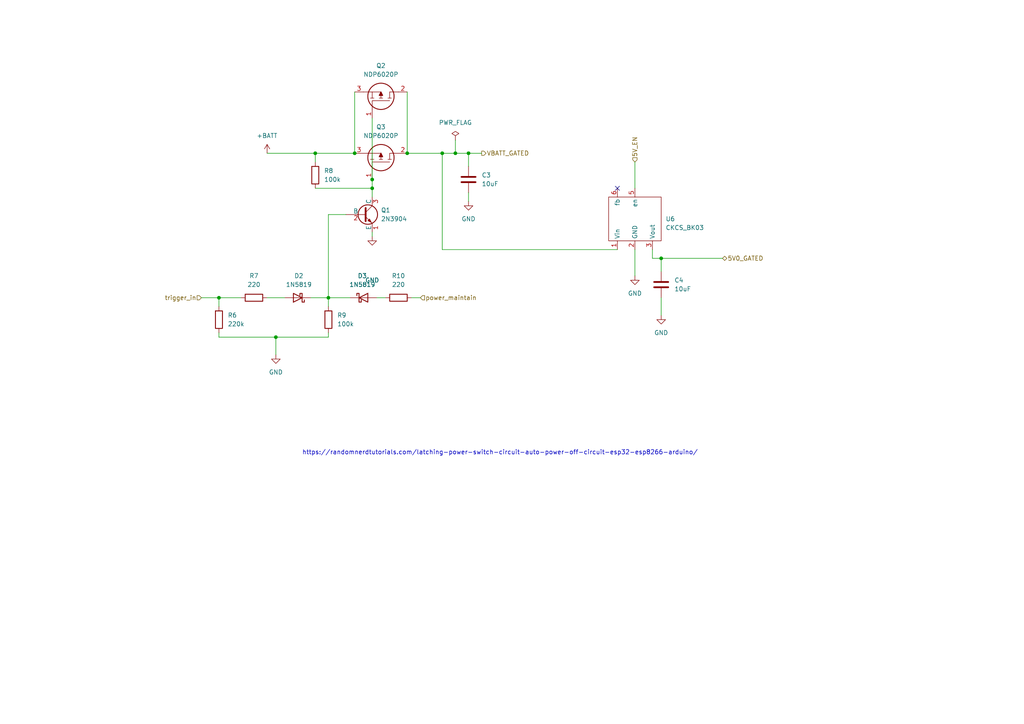
<source format=kicad_sch>
(kicad_sch (version 20211123) (generator eeschema)
  (paper "A4")
  (lib_symbols
    (symbol "Device:C" (pin_numbers hide) (pin_names (offset 0.254))
      (property "Reference" "C" (at 0.635 2.54 0))
      (property "Value" "C" (at 0.635 -2.54 0))
      (symbol "C_0_1"
        (polyline (pts (xy -2.032 -0.762) (xy 2.032 -0.762)) (stroke (width 0.508)))
        (polyline (pts (xy -2.032 0.762) (xy 2.032 0.762)) (stroke (width 0.508)))
      )
      (symbol "C_1_1"
        (pin passive line (at 0 3.81 270) (length 2.794) (name "~") (number "1"))
        (pin passive line (at 0 -3.81 90) (length 2.794) (name "~") (number "2"))
      )
    )
    (symbol "Device:R" (pin_numbers hide) (pin_names (offset 0))
      (property "Reference" "R" (at 2.032 0 90))
      (property "Value" "R" (at 0 0 90))
      (symbol "R_0_1"
        (rectangle (start -1.016 -2.54) (end 1.016 2.54) (stroke (width 0.254)))
      )
      (symbol "R_1_1"
        (pin passive line (at 0 3.81 270) (length 1.27) (name "~") (number "1"))
        (pin passive line (at 0 -3.81 90) (length 1.27) (name "~") (number "2"))
      )
    )
    (symbol "Diode:1N5819" (pin_numbers hide) (pin_names (offset 1.016) hide)
      (property "Reference" "D" (at 0 2.54 0))
      (property "Value" "1N5819" (at 0 -2.54 0))
      (symbol "1N5819_0_1"
        (polyline (pts (xy 1.27 0) (xy -1.27 0)))
        (polyline (pts (xy 1.27 1.27) (xy 1.27 -1.27) (xy -1.27 0) (xy 1.27 1.27)) (stroke (width 0.254)))
        (polyline (pts (xy -1.905 0.635) (xy -1.905 1.27) (xy -1.27 1.27) (xy -1.27 -1.27) (xy -0.635 -1.27) (xy -0.635 -0.635)) (stroke (width 0.254)))
      )
      (symbol "1N5819_1_1"
        (pin passive line (at -3.81 0 0) (length 2.54) (name "K") (number "1"))
        (pin passive line (at 3.81 0 180) (length 2.54) (name "A") (number "2"))
      )
    )
    (symbol "NDP6020P:NDP6020P" (pin_names (offset 0.762))
      (property "Reference" "Q" (at 11.43 3.81 0))
      (property "Value" "NDP6020P" (at 11.43 1.27 0))
      (symbol "NDP6020P_0_0"
        (pin passive line (at 0 0 0) (length 2.54) (name "~") (number "1"))
        (pin passive line (at 7.62 10.16 270) (length 2.54) (name "~") (number "2"))
        (pin passive line (at 7.62 -5.08 90) (length 2.54) (name "~") (number "3"))
      )
      (symbol "NDP6020P_0_1"
        (polyline (pts (xy 5.842 -0.508) (xy 5.842 0.508)) (stroke (width 0.1524)))
        (polyline (pts (xy 5.842 0) (xy 7.62 0)) (stroke (width 0.1524)))
        (polyline (pts (xy 5.842 2.032) (xy 5.842 3.048)) (stroke (width 0.1524)))
        (polyline (pts (xy 5.842 5.588) (xy 5.842 4.572)) (stroke (width 0.1524)))
        (polyline (pts (xy 7.62 2.54) (xy 5.842 2.54)) (stroke (width 0.1524)))
        (polyline (pts (xy 7.62 2.54) (xy 7.62 -2.54)) (stroke (width 0.1524)))
        (polyline (pts (xy 7.62 5.08) (xy 5.842 5.08)) (stroke (width 0.1524)))
        (polyline (pts (xy 7.62 5.08) (xy 7.62 7.62)) (stroke (width 0.1524)))
        (polyline (pts (xy 2.54 0) (xy 5.08 0) (xy 5.08 5.08)) (stroke (width 0.1524)))
        (polyline (pts (xy 7.62 2.54) (xy 6.604 3.048) (xy 6.604 2.032) (xy 7.62 2.54)) (stroke (width 0.254)) (fill (type outline)))
        (circle (center 6.35 2.54) (radius 3.81) (stroke (width 0.254)))
      )
    )
    (symbol "PCB Modules:CKCS_BK03"
      (property "Reference" "U" (at -13.97 1.27 0))
      (property "Value" "CKCS_BK03" (at -13.97 -1.27 0))
      (symbol "CKCS_BK03_0_0"
        (pin power_in line (at 0 -8.89 90) (length 2.54) (name "GND") (number "2"))
        (pin power_out line (at 5.08 -8.89 90) (length 2.54) (name "Vout") (number "3"))
        (pin no_connect line (at 5.08 6.35 270) (length 2.54) hide (name "") (number "4"))
        (pin input line (at 0 8.89 270) (length 2.54) (name "en") (number "5"))
        (pin input line (at -5.08 8.89 270) (length 2.54) (name "fb") (number "6"))
      )
      (symbol "CKCS_BK03_0_1"
        (rectangle (start -7.62 6.35) (end 7.62 -6.35))
      )
      (symbol "CKCS_BK03_1_1"
        (pin power_in line (at -5.08 -8.89 90) (length 2.54) (name "Vin") (number "1"))
      )
    )
    (symbol "Transistor_BJT:2N3904" (pin_names (offset 0))
      (property "Reference" "Q" (at 5.08 1.905 0))
      (property "Value" "2N3904" (at 5.08 0 0))
      (symbol "2N3904_0_1"
        (polyline (pts (xy 0.635 0.635) (xy 2.54 2.54)))
        (polyline (pts (xy 0.635 -0.635) (xy 2.54 -2.54) (xy 2.54 -2.54)))
        (polyline (pts (xy 0.635 1.905) (xy 0.635 -1.905) (xy 0.635 -1.905)) (stroke (width 0.508)))
        (polyline (pts (xy 1.27 -1.778) (xy 1.778 -1.27) (xy 2.286 -2.286) (xy 1.27 -1.778) (xy 1.27 -1.778)) (fill (type outline)))
        (circle (center 1.27 0) (radius 2.8194) (stroke (width 0.254)))
      )
      (symbol "2N3904_1_1"
        (pin passive line (at 2.54 -5.08 90) (length 2.54) (name "E") (number "1"))
        (pin passive line (at -5.08 0 0) (length 5.715) (name "B") (number "2"))
        (pin passive line (at 2.54 5.08 270) (length 2.54) (name "C") (number "3"))
      )
    )
    (symbol "power:+BATT" (power) (pin_names (offset 0))
      (property "Value" "+BATT" (at 0 3.556 0))
      (symbol "+BATT_0_1"
        (polyline (pts (xy -0.762 1.27) (xy 0 2.54)))
        (polyline (pts (xy 0 0) (xy 0 2.54)))
        (polyline (pts (xy 0 2.54) (xy 0.762 1.27)))
      )
      (symbol "+BATT_1_1"
        (pin power_in line (at 0 0 90) (length 0) hide (name "+BATT") (number "1"))
      )
    )
    (symbol "power:GND" (power) (pin_names (offset 0))
      (property "Value" "GND" (at 0 -3.81 0))
      (symbol "GND_0_1"
        (polyline (pts (xy 0 0) (xy 0 -1.27) (xy 1.27 -1.27) (xy 0 -2.54) (xy -1.27 -1.27) (xy 0 -1.27)))
      )
      (symbol "GND_1_1"
        (pin power_in line (at 0 0 270) (length 0) hide (name "GND") (number "1"))
      )
    )
    (symbol "power:PWR_FLAG" (power) (pin_numbers hide) (pin_names (offset 0) hide)
      (property "Value" "PWR_FLAG" (at 0 3.81 0))
      (symbol "PWR_FLAG_0_0"
        (pin power_out line (at 0 0 90) (length 0) (name "pwr") (number "1"))
      )
      (symbol "PWR_FLAG_0_1"
        (polyline (pts (xy 0 0) (xy 0 1.27) (xy -1.016 1.905) (xy 0 2.54) (xy 1.016 1.905) (xy 0 1.27)))
      )
    )
  )
  (junction (at 95.25 86.36))
  (junction (at 135.89 44.45))
  (junction (at 80.01 97.79))
  (junction (at 102.87 44.45))
  (junction (at 128.27 44.45))
  (junction (at 91.44 44.45))
  (junction (at 191.77 74.93))
  (junction (at 107.95 52.07))
  (junction (at 132.08 44.45))
  (junction (at 63.5 86.36))
  (junction (at 107.95 54.61))
  (junction (at 118.11 44.45))
  (no_connect (at 179.07 54.61))
  (wire (pts (xy 63.5 86.36) (xy 69.85 86.36)))
  (wire (pts (xy 111.76 86.36) (xy 109.22 86.36)))
  (wire (pts (xy 128.27 44.45) (xy 132.08 44.45)))
  (wire (pts (xy 77.47 86.36) (xy 82.55 86.36)))
  (wire (pts (xy 107.95 57.15) (xy 107.95 54.61)))
  (wire (pts (xy 95.25 88.9) (xy 95.25 86.36)))
  (wire (pts (xy 63.5 97.79) (xy 80.01 97.79)))
  (wire (pts (xy 91.44 44.45) (xy 102.87 44.45)))
  (wire (pts (xy 95.25 86.36) (xy 101.6 86.36)))
  (wire (pts (xy 95.25 62.23) (xy 95.25 86.36)))
  (wire (pts (xy 135.89 58.42) (xy 135.89 55.88)))
  (wire (pts (xy 80.01 97.79) (xy 95.25 97.79)))
  (wire (pts (xy 189.23 74.93) (xy 191.77 74.93)))
  (wire (pts (xy 191.77 91.44) (xy 191.77 86.36)))
  (wire (pts (xy 191.77 74.93) (xy 191.77 78.74)))
  (wire (pts (xy 95.25 97.79) (xy 95.25 96.52)))
  (wire (pts (xy 80.01 97.79) (xy 80.01 102.87)))
  (wire (pts (xy 63.5 88.9) (xy 63.5 86.36)))
  (wire (pts (xy 191.77 74.93) (xy 209.55 74.93)))
  (wire (pts (xy 77.47 44.45) (xy 91.44 44.45)))
  (wire (pts (xy 58.42 86.36) (xy 63.5 86.36)))
  (wire (pts (xy 91.44 46.99) (xy 91.44 44.45)))
  (wire (pts (xy 128.27 72.39) (xy 179.07 72.39)))
  (wire (pts (xy 118.11 44.45) (xy 128.27 44.45)))
  (wire (pts (xy 107.95 68.58) (xy 107.95 67.31)))
  (wire (pts (xy 184.15 46.99) (xy 184.15 54.61)))
  (wire (pts (xy 118.11 26.67) (xy 118.11 44.45)))
  (wire (pts (xy 91.44 54.61) (xy 107.95 54.61)))
  (wire (pts (xy 121.92 86.36) (xy 119.38 86.36)))
  (wire (pts (xy 107.95 52.07) (xy 107.95 54.61)))
  (wire (pts (xy 63.5 97.79) (xy 63.5 96.52)))
  (wire (pts (xy 132.08 44.45) (xy 135.89 44.45)))
  (wire (pts (xy 135.89 48.26) (xy 135.89 44.45)))
  (wire (pts (xy 107.95 34.29) (xy 107.95 52.07)))
  (wire (pts (xy 135.89 44.45) (xy 139.7 44.45)))
  (wire (pts (xy 95.25 86.36) (xy 90.17 86.36)))
  (wire (pts (xy 184.15 80.01) (xy 184.15 72.39)))
  (wire (pts (xy 189.23 72.39) (xy 189.23 74.93)))
  (wire (pts (xy 100.33 62.23) (xy 95.25 62.23)))
  (wire (pts (xy 102.87 26.67) (xy 102.87 44.45)))
  (wire (pts (xy 132.08 40.64) (xy 132.08 44.45)))
  (wire (pts (xy 128.27 44.45) (xy 128.27 72.39)))
  (text "https://randomnerdtutorials.com/latching-power-switch-circuit-auto-power-off-circuit-esp32-esp8266-arduino/" (at 87.63 132.08 0) (effects (font (size 1.27 1.27)) (justify left bottom)))
  (hierarchical_label "5V0_GATED" (shape bidirectional) (at 209.55 74.93 0))
  (hierarchical_label "VBATT_GATED" (shape output) (at 139.7 44.45 0))
  (hierarchical_label "power_maintain" (shape input) (at 121.92 86.36 0))
  (hierarchical_label "trigger_in" (shape input) (at 58.42 86.36 180))
  (hierarchical_label "5V_EN" (shape input) (at 184.15 46.99 90))
  (symbol (lib_id "power:GND") (at 80.01 102.87 0) (unit 1)
    (property "Reference" "#PWR033" (effects hide))
    (property "Value" "GND" (at 80.01 107.95 0))
  )
  (symbol (lib_id "power:PWR_FLAG") (at 132.08 40.64 0) (unit 1)
    (property "Reference" "#FLG0105" (effects hide))
    (property "Value" "PWR_FLAG" (at 132.08 35.56 0))
  )
  (symbol (lib_id "NDP6020P:NDP6020P") (at 107.95 34.29 270) (mirror x) (unit 1)
    (property "Reference" "Q2" (at 110.49 19.05 90))
    (property "Value" "NDP6020P" (at 110.49 21.59 90))
    (property "Footprint" "NDP6020P:TO254P470X1016X2019-3P" (effects hide))
    (property "Datasheet" "https://www.onsemi.com/pub/Collateral/NDP6020P-D.PDF" (effects hide))
    (property "Description" "P-Channel MOSFET, 24 A, 20 V, 3-Pin TO-220 ON Semiconductor NDP6020P" (effects hide))
    (property "Height" "4.7" (effects hide))
    (property "Manufacturer_Name" "ON Semiconductor" (effects hide))
    (property "Manufacturer_Part_Number" "NDP6020P" (effects hide))
    (property "Mouser Part Number" "512-NDP6020P" (effects hide))
    (property "Mouser Price/Stock" "https://www.mouser.co.uk/ProductDetail/ON-Semiconductor-Fairchild/NDP6020P?qs=mdiO5HdF0Khl%252BuaDKGopOw%3D%3D" (effects hide))
    (property "Arrow Part Number" "NDP6020P" (effects hide))
    (property "Arrow Price/Stock" "https://www.arrow.com/en/products/ndp6020p/on-semiconductor?region=europe" (effects hide))
  )
  (symbol (lib_id "Diode:1N5819") (at 105.41 86.36 0) (unit 1)
    (property "Reference" "D3" (at 105.0925 80.01 0))
    (property "Value" "1N5819" (at 105.0925 82.55 0))
    (property "Footprint" "Diode_SMD:D_SMA" (effects hide))
    (property "Datasheet" "http://www.vishay.com/docs/88525/1n5817.pdf" (effects hide))
  )
  (symbol (lib_id "Device:C") (at 191.77 82.55 0) (unit 1)
    (property "Reference" "C4" (at 195.58 81.2799 0) (effects (justify left)))
    (property "Value" "10uF" (at 195.58 83.8199 0) (effects (justify left)))
    (property "Footprint" "Capacitor_SMD:C_0805_2012Metric" (effects hide))
  )
  (symbol (lib_id "power:GND") (at 135.89 58.42 0) (unit 1)
    (property "Reference" "#PWR035" (effects hide))
    (property "Value" "GND" (at 135.89 63.5 0))
  )
  (symbol (lib_id "power:GND") (at 107.95 68.58 0) (unit 1)
    (property "Reference" "#PWR034" (effects hide))
    (property "Value" "GND" (at 107.95 81.28 0))
  )
  (symbol (lib_id "Device:R") (at 63.5 92.71 0) (unit 1)
    (property "Reference" "R6" (at 66.04 91.4399 0) (effects (justify left)))
    (property "Value" "220k" (at 66.04 93.9799 0) (effects (justify left)))
    (property "Footprint" "Resistor_SMD:R_1206_3216Metric" (effects hide))
  )
  (symbol (lib_id "Transistor_BJT:2N3904") (at 105.41 62.23 0) (unit 1)
    (property "Reference" "Q1" (at 110.49 60.9599 0) (effects (justify left)))
    (property "Value" "2N3904" (at 110.49 63.4999 0) (effects (justify left)))
    (property "Footprint" "Components:2N3904_SOT-23" (effects hide))
    (property "Datasheet" "https://www.onsemi.com/pub/Collateral/2N3903-D.PDF" (effects hide))
  )
  (symbol (lib_id "Device:R") (at 91.44 50.8 0) (unit 1)
    (property "Reference" "R8" (at 93.98 49.5299 0) (effects (justify left)))
    (property "Value" "100k" (at 93.98 52.0699 0) (effects (justify left)))
    (property "Footprint" "Resistor_SMD:R_1206_3216Metric" (effects hide))
  )
  (symbol (lib_id "power:+BATT") (at 77.47 44.45 0) (unit 1)
    (property "Reference" "#PWR032" (effects hide))
    (property "Value" "+BATT" (at 77.47 39.37 0))
  )
  (symbol (lib_id "Device:C") (at 135.89 52.07 0) (unit 1)
    (property "Reference" "C3" (at 139.7 50.7999 0) (effects (justify left)))
    (property "Value" "10uF" (at 139.7 53.3399 0) (effects (justify left)))
    (property "Footprint" "Capacitor_SMD:C_0805_2012Metric" (effects hide))
  )
  (symbol (lib_id "Device:R") (at 73.66 86.36 90) (unit 1)
    (property "Reference" "R7" (at 73.66 80.01 90))
    (property "Value" "220" (at 73.66 82.55 90))
    (property "Footprint" "Resistor_SMD:R_1206_3216Metric" (effects hide))
  )
  (symbol (lib_id "Device:R") (at 115.57 86.36 90) (unit 1)
    (property "Reference" "R10" (at 115.57 80.01 90))
    (property "Value" "220" (at 115.57 82.55 90))
    (property "Footprint" "Resistor_SMD:R_1206_3216Metric" (effects hide))
  )
  (symbol (lib_id "NDP6020P:NDP6020P") (at 107.95 52.07 270) (mirror x) (unit 1)
    (property "Reference" "Q3" (at 110.49 36.83 90))
    (property "Value" "NDP6020P" (at 110.49 39.37 90))
    (property "Footprint" "NDP6020P:TO254P470X1016X2019-3P" (effects hide))
    (property "Datasheet" "https://www.onsemi.com/pub/Collateral/NDP6020P-D.PDF" (effects hide))
    (property "Description" "P-Channel MOSFET, 24 A, 20 V, 3-Pin TO-220 ON Semiconductor NDP6020P" (effects hide))
    (property "Height" "4.7" (effects hide))
    (property "Manufacturer_Name" "ON Semiconductor" (effects hide))
    (property "Manufacturer_Part_Number" "NDP6020P" (effects hide))
    (property "Mouser Part Number" "512-NDP6020P" (effects hide))
    (property "Mouser Price/Stock" "https://www.mouser.co.uk/ProductDetail/ON-Semiconductor-Fairchild/NDP6020P?qs=mdiO5HdF0Khl%252BuaDKGopOw%3D%3D" (effects hide))
    (property "Arrow Part Number" "NDP6020P" (effects hide))
    (property "Arrow Price/Stock" "https://www.arrow.com/en/products/ndp6020p/on-semiconductor?region=europe" (effects hide))
  )
  (symbol (lib_id "Diode:1N5819") (at 86.36 86.36 180) (unit 1)
    (property "Reference" "D2" (at 86.6775 80.01 0))
    (property "Value" "1N5819" (at 86.6775 82.55 0))
    (property "Footprint" "Diode_SMD:D_SMA" (effects hide))
    (property "Datasheet" "http://www.vishay.com/docs/88525/1n5817.pdf" (effects hide))
  )
  (symbol (lib_id "Device:R") (at 95.25 92.71 0) (unit 1)
    (property "Reference" "R9" (at 97.79 91.4399 0) (effects (justify left)))
    (property "Value" "100k" (at 97.79 93.9799 0) (effects (justify left)))
    (property "Footprint" "Resistor_SMD:R_1206_3216Metric" (effects hide))
  )
  (symbol (lib_id "PCB Modules:CKCS_BK03") (at 184.15 63.5 0) (unit 1)
    (property "Reference" "U6" (at 193.04 63.4999 0) (effects (justify left)))
    (property "Value" "CKCS_BK03" (at 193.04 66.0399 0) (effects (justify left)))
    (property "Footprint" "PCB Modules:CKCS-BK03" (effects hide))
  )
  (symbol (lib_id "power:GND") (at 184.15 80.01 0) (unit 1)
    (property "Reference" "#PWR036" (effects hide))
    (property "Value" "GND" (at 184.15 85.09 0))
  )
  (symbol (lib_id "power:GND") (at 191.77 91.44 0) (unit 1)
    (property "Reference" "#PWR037" (effects hide))
    (property "Value" "GND" (at 191.77 96.52 0))
  )
)
</source>
